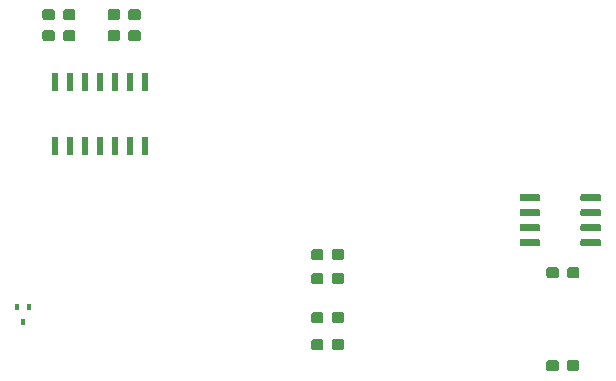
<source format=gbp>
G04 #@! TF.GenerationSoftware,KiCad,Pcbnew,(5.1.5)-3*
G04 #@! TF.CreationDate,2020-04-29T17:43:41-04:00*
G04 #@! TF.ProjectId,ufcs,75666373-2e6b-4696-9361-645f70636258,rev?*
G04 #@! TF.SameCoordinates,Original*
G04 #@! TF.FileFunction,Paste,Bot*
G04 #@! TF.FilePolarity,Positive*
%FSLAX46Y46*%
G04 Gerber Fmt 4.6, Leading zero omitted, Abs format (unit mm)*
G04 Created by KiCad (PCBNEW (5.1.5)-3) date 2020-04-29 17:43:41*
%MOMM*%
%LPD*%
G04 APERTURE LIST*
%ADD10C,0.100000*%
%ADD11R,0.600000X1.500000*%
%ADD12R,0.400000X0.510000*%
G04 APERTURE END LIST*
D10*
G36*
X151666779Y-133320644D02*
G01*
X151689834Y-133324063D01*
X151712443Y-133329727D01*
X151734387Y-133337579D01*
X151755457Y-133347544D01*
X151775448Y-133359526D01*
X151794168Y-133373410D01*
X151811438Y-133389062D01*
X151827090Y-133406332D01*
X151840974Y-133425052D01*
X151852956Y-133445043D01*
X151862921Y-133466113D01*
X151870773Y-133488057D01*
X151876437Y-133510666D01*
X151879856Y-133533721D01*
X151881000Y-133557000D01*
X151881000Y-134032000D01*
X151879856Y-134055279D01*
X151876437Y-134078334D01*
X151870773Y-134100943D01*
X151862921Y-134122887D01*
X151852956Y-134143957D01*
X151840974Y-134163948D01*
X151827090Y-134182668D01*
X151811438Y-134199938D01*
X151794168Y-134215590D01*
X151775448Y-134229474D01*
X151755457Y-134241456D01*
X151734387Y-134251421D01*
X151712443Y-134259273D01*
X151689834Y-134264937D01*
X151666779Y-134268356D01*
X151643500Y-134269500D01*
X151068500Y-134269500D01*
X151045221Y-134268356D01*
X151022166Y-134264937D01*
X150999557Y-134259273D01*
X150977613Y-134251421D01*
X150956543Y-134241456D01*
X150936552Y-134229474D01*
X150917832Y-134215590D01*
X150900562Y-134199938D01*
X150884910Y-134182668D01*
X150871026Y-134163948D01*
X150859044Y-134143957D01*
X150849079Y-134122887D01*
X150841227Y-134100943D01*
X150835563Y-134078334D01*
X150832144Y-134055279D01*
X150831000Y-134032000D01*
X150831000Y-133557000D01*
X150832144Y-133533721D01*
X150835563Y-133510666D01*
X150841227Y-133488057D01*
X150849079Y-133466113D01*
X150859044Y-133445043D01*
X150871026Y-133425052D01*
X150884910Y-133406332D01*
X150900562Y-133389062D01*
X150917832Y-133373410D01*
X150936552Y-133359526D01*
X150956543Y-133347544D01*
X150977613Y-133337579D01*
X150999557Y-133329727D01*
X151022166Y-133324063D01*
X151045221Y-133320644D01*
X151068500Y-133319500D01*
X151643500Y-133319500D01*
X151666779Y-133320644D01*
G37*
G36*
X149916779Y-133320644D02*
G01*
X149939834Y-133324063D01*
X149962443Y-133329727D01*
X149984387Y-133337579D01*
X150005457Y-133347544D01*
X150025448Y-133359526D01*
X150044168Y-133373410D01*
X150061438Y-133389062D01*
X150077090Y-133406332D01*
X150090974Y-133425052D01*
X150102956Y-133445043D01*
X150112921Y-133466113D01*
X150120773Y-133488057D01*
X150126437Y-133510666D01*
X150129856Y-133533721D01*
X150131000Y-133557000D01*
X150131000Y-134032000D01*
X150129856Y-134055279D01*
X150126437Y-134078334D01*
X150120773Y-134100943D01*
X150112921Y-134122887D01*
X150102956Y-134143957D01*
X150090974Y-134163948D01*
X150077090Y-134182668D01*
X150061438Y-134199938D01*
X150044168Y-134215590D01*
X150025448Y-134229474D01*
X150005457Y-134241456D01*
X149984387Y-134251421D01*
X149962443Y-134259273D01*
X149939834Y-134264937D01*
X149916779Y-134268356D01*
X149893500Y-134269500D01*
X149318500Y-134269500D01*
X149295221Y-134268356D01*
X149272166Y-134264937D01*
X149249557Y-134259273D01*
X149227613Y-134251421D01*
X149206543Y-134241456D01*
X149186552Y-134229474D01*
X149167832Y-134215590D01*
X149150562Y-134199938D01*
X149134910Y-134182668D01*
X149121026Y-134163948D01*
X149109044Y-134143957D01*
X149099079Y-134122887D01*
X149091227Y-134100943D01*
X149085563Y-134078334D01*
X149082144Y-134055279D01*
X149081000Y-134032000D01*
X149081000Y-133557000D01*
X149082144Y-133533721D01*
X149085563Y-133510666D01*
X149091227Y-133488057D01*
X149099079Y-133466113D01*
X149109044Y-133445043D01*
X149121026Y-133425052D01*
X149134910Y-133406332D01*
X149150562Y-133389062D01*
X149167832Y-133373410D01*
X149186552Y-133359526D01*
X149206543Y-133347544D01*
X149227613Y-133337579D01*
X149249557Y-133329727D01*
X149272166Y-133324063D01*
X149295221Y-133320644D01*
X149318500Y-133319500D01*
X149893500Y-133319500D01*
X149916779Y-133320644D01*
G37*
G36*
X153590703Y-123081222D02*
G01*
X153605264Y-123083382D01*
X153619543Y-123086959D01*
X153633403Y-123091918D01*
X153646710Y-123098212D01*
X153659336Y-123105780D01*
X153671159Y-123114548D01*
X153682066Y-123124434D01*
X153691952Y-123135341D01*
X153700720Y-123147164D01*
X153708288Y-123159790D01*
X153714582Y-123173097D01*
X153719541Y-123186957D01*
X153723118Y-123201236D01*
X153725278Y-123215797D01*
X153726000Y-123230500D01*
X153726000Y-123530500D01*
X153725278Y-123545203D01*
X153723118Y-123559764D01*
X153719541Y-123574043D01*
X153714582Y-123587903D01*
X153708288Y-123601210D01*
X153700720Y-123613836D01*
X153691952Y-123625659D01*
X153682066Y-123636566D01*
X153671159Y-123646452D01*
X153659336Y-123655220D01*
X153646710Y-123662788D01*
X153633403Y-123669082D01*
X153619543Y-123674041D01*
X153605264Y-123677618D01*
X153590703Y-123679778D01*
X153576000Y-123680500D01*
X152126000Y-123680500D01*
X152111297Y-123679778D01*
X152096736Y-123677618D01*
X152082457Y-123674041D01*
X152068597Y-123669082D01*
X152055290Y-123662788D01*
X152042664Y-123655220D01*
X152030841Y-123646452D01*
X152019934Y-123636566D01*
X152010048Y-123625659D01*
X152001280Y-123613836D01*
X151993712Y-123601210D01*
X151987418Y-123587903D01*
X151982459Y-123574043D01*
X151978882Y-123559764D01*
X151976722Y-123545203D01*
X151976000Y-123530500D01*
X151976000Y-123230500D01*
X151976722Y-123215797D01*
X151978882Y-123201236D01*
X151982459Y-123186957D01*
X151987418Y-123173097D01*
X151993712Y-123159790D01*
X152001280Y-123147164D01*
X152010048Y-123135341D01*
X152019934Y-123124434D01*
X152030841Y-123114548D01*
X152042664Y-123105780D01*
X152055290Y-123098212D01*
X152068597Y-123091918D01*
X152082457Y-123086959D01*
X152096736Y-123083382D01*
X152111297Y-123081222D01*
X152126000Y-123080500D01*
X153576000Y-123080500D01*
X153590703Y-123081222D01*
G37*
G36*
X153590703Y-121811222D02*
G01*
X153605264Y-121813382D01*
X153619543Y-121816959D01*
X153633403Y-121821918D01*
X153646710Y-121828212D01*
X153659336Y-121835780D01*
X153671159Y-121844548D01*
X153682066Y-121854434D01*
X153691952Y-121865341D01*
X153700720Y-121877164D01*
X153708288Y-121889790D01*
X153714582Y-121903097D01*
X153719541Y-121916957D01*
X153723118Y-121931236D01*
X153725278Y-121945797D01*
X153726000Y-121960500D01*
X153726000Y-122260500D01*
X153725278Y-122275203D01*
X153723118Y-122289764D01*
X153719541Y-122304043D01*
X153714582Y-122317903D01*
X153708288Y-122331210D01*
X153700720Y-122343836D01*
X153691952Y-122355659D01*
X153682066Y-122366566D01*
X153671159Y-122376452D01*
X153659336Y-122385220D01*
X153646710Y-122392788D01*
X153633403Y-122399082D01*
X153619543Y-122404041D01*
X153605264Y-122407618D01*
X153590703Y-122409778D01*
X153576000Y-122410500D01*
X152126000Y-122410500D01*
X152111297Y-122409778D01*
X152096736Y-122407618D01*
X152082457Y-122404041D01*
X152068597Y-122399082D01*
X152055290Y-122392788D01*
X152042664Y-122385220D01*
X152030841Y-122376452D01*
X152019934Y-122366566D01*
X152010048Y-122355659D01*
X152001280Y-122343836D01*
X151993712Y-122331210D01*
X151987418Y-122317903D01*
X151982459Y-122304043D01*
X151978882Y-122289764D01*
X151976722Y-122275203D01*
X151976000Y-122260500D01*
X151976000Y-121960500D01*
X151976722Y-121945797D01*
X151978882Y-121931236D01*
X151982459Y-121916957D01*
X151987418Y-121903097D01*
X151993712Y-121889790D01*
X152001280Y-121877164D01*
X152010048Y-121865341D01*
X152019934Y-121854434D01*
X152030841Y-121844548D01*
X152042664Y-121835780D01*
X152055290Y-121828212D01*
X152068597Y-121821918D01*
X152082457Y-121816959D01*
X152096736Y-121813382D01*
X152111297Y-121811222D01*
X152126000Y-121810500D01*
X153576000Y-121810500D01*
X153590703Y-121811222D01*
G37*
G36*
X153590703Y-120541222D02*
G01*
X153605264Y-120543382D01*
X153619543Y-120546959D01*
X153633403Y-120551918D01*
X153646710Y-120558212D01*
X153659336Y-120565780D01*
X153671159Y-120574548D01*
X153682066Y-120584434D01*
X153691952Y-120595341D01*
X153700720Y-120607164D01*
X153708288Y-120619790D01*
X153714582Y-120633097D01*
X153719541Y-120646957D01*
X153723118Y-120661236D01*
X153725278Y-120675797D01*
X153726000Y-120690500D01*
X153726000Y-120990500D01*
X153725278Y-121005203D01*
X153723118Y-121019764D01*
X153719541Y-121034043D01*
X153714582Y-121047903D01*
X153708288Y-121061210D01*
X153700720Y-121073836D01*
X153691952Y-121085659D01*
X153682066Y-121096566D01*
X153671159Y-121106452D01*
X153659336Y-121115220D01*
X153646710Y-121122788D01*
X153633403Y-121129082D01*
X153619543Y-121134041D01*
X153605264Y-121137618D01*
X153590703Y-121139778D01*
X153576000Y-121140500D01*
X152126000Y-121140500D01*
X152111297Y-121139778D01*
X152096736Y-121137618D01*
X152082457Y-121134041D01*
X152068597Y-121129082D01*
X152055290Y-121122788D01*
X152042664Y-121115220D01*
X152030841Y-121106452D01*
X152019934Y-121096566D01*
X152010048Y-121085659D01*
X152001280Y-121073836D01*
X151993712Y-121061210D01*
X151987418Y-121047903D01*
X151982459Y-121034043D01*
X151978882Y-121019764D01*
X151976722Y-121005203D01*
X151976000Y-120990500D01*
X151976000Y-120690500D01*
X151976722Y-120675797D01*
X151978882Y-120661236D01*
X151982459Y-120646957D01*
X151987418Y-120633097D01*
X151993712Y-120619790D01*
X152001280Y-120607164D01*
X152010048Y-120595341D01*
X152019934Y-120584434D01*
X152030841Y-120574548D01*
X152042664Y-120565780D01*
X152055290Y-120558212D01*
X152068597Y-120551918D01*
X152082457Y-120546959D01*
X152096736Y-120543382D01*
X152111297Y-120541222D01*
X152126000Y-120540500D01*
X153576000Y-120540500D01*
X153590703Y-120541222D01*
G37*
G36*
X153590703Y-119271222D02*
G01*
X153605264Y-119273382D01*
X153619543Y-119276959D01*
X153633403Y-119281918D01*
X153646710Y-119288212D01*
X153659336Y-119295780D01*
X153671159Y-119304548D01*
X153682066Y-119314434D01*
X153691952Y-119325341D01*
X153700720Y-119337164D01*
X153708288Y-119349790D01*
X153714582Y-119363097D01*
X153719541Y-119376957D01*
X153723118Y-119391236D01*
X153725278Y-119405797D01*
X153726000Y-119420500D01*
X153726000Y-119720500D01*
X153725278Y-119735203D01*
X153723118Y-119749764D01*
X153719541Y-119764043D01*
X153714582Y-119777903D01*
X153708288Y-119791210D01*
X153700720Y-119803836D01*
X153691952Y-119815659D01*
X153682066Y-119826566D01*
X153671159Y-119836452D01*
X153659336Y-119845220D01*
X153646710Y-119852788D01*
X153633403Y-119859082D01*
X153619543Y-119864041D01*
X153605264Y-119867618D01*
X153590703Y-119869778D01*
X153576000Y-119870500D01*
X152126000Y-119870500D01*
X152111297Y-119869778D01*
X152096736Y-119867618D01*
X152082457Y-119864041D01*
X152068597Y-119859082D01*
X152055290Y-119852788D01*
X152042664Y-119845220D01*
X152030841Y-119836452D01*
X152019934Y-119826566D01*
X152010048Y-119815659D01*
X152001280Y-119803836D01*
X151993712Y-119791210D01*
X151987418Y-119777903D01*
X151982459Y-119764043D01*
X151978882Y-119749764D01*
X151976722Y-119735203D01*
X151976000Y-119720500D01*
X151976000Y-119420500D01*
X151976722Y-119405797D01*
X151978882Y-119391236D01*
X151982459Y-119376957D01*
X151987418Y-119363097D01*
X151993712Y-119349790D01*
X152001280Y-119337164D01*
X152010048Y-119325341D01*
X152019934Y-119314434D01*
X152030841Y-119304548D01*
X152042664Y-119295780D01*
X152055290Y-119288212D01*
X152068597Y-119281918D01*
X152082457Y-119276959D01*
X152096736Y-119273382D01*
X152111297Y-119271222D01*
X152126000Y-119270500D01*
X153576000Y-119270500D01*
X153590703Y-119271222D01*
G37*
G36*
X148440703Y-119271222D02*
G01*
X148455264Y-119273382D01*
X148469543Y-119276959D01*
X148483403Y-119281918D01*
X148496710Y-119288212D01*
X148509336Y-119295780D01*
X148521159Y-119304548D01*
X148532066Y-119314434D01*
X148541952Y-119325341D01*
X148550720Y-119337164D01*
X148558288Y-119349790D01*
X148564582Y-119363097D01*
X148569541Y-119376957D01*
X148573118Y-119391236D01*
X148575278Y-119405797D01*
X148576000Y-119420500D01*
X148576000Y-119720500D01*
X148575278Y-119735203D01*
X148573118Y-119749764D01*
X148569541Y-119764043D01*
X148564582Y-119777903D01*
X148558288Y-119791210D01*
X148550720Y-119803836D01*
X148541952Y-119815659D01*
X148532066Y-119826566D01*
X148521159Y-119836452D01*
X148509336Y-119845220D01*
X148496710Y-119852788D01*
X148483403Y-119859082D01*
X148469543Y-119864041D01*
X148455264Y-119867618D01*
X148440703Y-119869778D01*
X148426000Y-119870500D01*
X146976000Y-119870500D01*
X146961297Y-119869778D01*
X146946736Y-119867618D01*
X146932457Y-119864041D01*
X146918597Y-119859082D01*
X146905290Y-119852788D01*
X146892664Y-119845220D01*
X146880841Y-119836452D01*
X146869934Y-119826566D01*
X146860048Y-119815659D01*
X146851280Y-119803836D01*
X146843712Y-119791210D01*
X146837418Y-119777903D01*
X146832459Y-119764043D01*
X146828882Y-119749764D01*
X146826722Y-119735203D01*
X146826000Y-119720500D01*
X146826000Y-119420500D01*
X146826722Y-119405797D01*
X146828882Y-119391236D01*
X146832459Y-119376957D01*
X146837418Y-119363097D01*
X146843712Y-119349790D01*
X146851280Y-119337164D01*
X146860048Y-119325341D01*
X146869934Y-119314434D01*
X146880841Y-119304548D01*
X146892664Y-119295780D01*
X146905290Y-119288212D01*
X146918597Y-119281918D01*
X146932457Y-119276959D01*
X146946736Y-119273382D01*
X146961297Y-119271222D01*
X146976000Y-119270500D01*
X148426000Y-119270500D01*
X148440703Y-119271222D01*
G37*
G36*
X148440703Y-120541222D02*
G01*
X148455264Y-120543382D01*
X148469543Y-120546959D01*
X148483403Y-120551918D01*
X148496710Y-120558212D01*
X148509336Y-120565780D01*
X148521159Y-120574548D01*
X148532066Y-120584434D01*
X148541952Y-120595341D01*
X148550720Y-120607164D01*
X148558288Y-120619790D01*
X148564582Y-120633097D01*
X148569541Y-120646957D01*
X148573118Y-120661236D01*
X148575278Y-120675797D01*
X148576000Y-120690500D01*
X148576000Y-120990500D01*
X148575278Y-121005203D01*
X148573118Y-121019764D01*
X148569541Y-121034043D01*
X148564582Y-121047903D01*
X148558288Y-121061210D01*
X148550720Y-121073836D01*
X148541952Y-121085659D01*
X148532066Y-121096566D01*
X148521159Y-121106452D01*
X148509336Y-121115220D01*
X148496710Y-121122788D01*
X148483403Y-121129082D01*
X148469543Y-121134041D01*
X148455264Y-121137618D01*
X148440703Y-121139778D01*
X148426000Y-121140500D01*
X146976000Y-121140500D01*
X146961297Y-121139778D01*
X146946736Y-121137618D01*
X146932457Y-121134041D01*
X146918597Y-121129082D01*
X146905290Y-121122788D01*
X146892664Y-121115220D01*
X146880841Y-121106452D01*
X146869934Y-121096566D01*
X146860048Y-121085659D01*
X146851280Y-121073836D01*
X146843712Y-121061210D01*
X146837418Y-121047903D01*
X146832459Y-121034043D01*
X146828882Y-121019764D01*
X146826722Y-121005203D01*
X146826000Y-120990500D01*
X146826000Y-120690500D01*
X146826722Y-120675797D01*
X146828882Y-120661236D01*
X146832459Y-120646957D01*
X146837418Y-120633097D01*
X146843712Y-120619790D01*
X146851280Y-120607164D01*
X146860048Y-120595341D01*
X146869934Y-120584434D01*
X146880841Y-120574548D01*
X146892664Y-120565780D01*
X146905290Y-120558212D01*
X146918597Y-120551918D01*
X146932457Y-120546959D01*
X146946736Y-120543382D01*
X146961297Y-120541222D01*
X146976000Y-120540500D01*
X148426000Y-120540500D01*
X148440703Y-120541222D01*
G37*
G36*
X148440703Y-121811222D02*
G01*
X148455264Y-121813382D01*
X148469543Y-121816959D01*
X148483403Y-121821918D01*
X148496710Y-121828212D01*
X148509336Y-121835780D01*
X148521159Y-121844548D01*
X148532066Y-121854434D01*
X148541952Y-121865341D01*
X148550720Y-121877164D01*
X148558288Y-121889790D01*
X148564582Y-121903097D01*
X148569541Y-121916957D01*
X148573118Y-121931236D01*
X148575278Y-121945797D01*
X148576000Y-121960500D01*
X148576000Y-122260500D01*
X148575278Y-122275203D01*
X148573118Y-122289764D01*
X148569541Y-122304043D01*
X148564582Y-122317903D01*
X148558288Y-122331210D01*
X148550720Y-122343836D01*
X148541952Y-122355659D01*
X148532066Y-122366566D01*
X148521159Y-122376452D01*
X148509336Y-122385220D01*
X148496710Y-122392788D01*
X148483403Y-122399082D01*
X148469543Y-122404041D01*
X148455264Y-122407618D01*
X148440703Y-122409778D01*
X148426000Y-122410500D01*
X146976000Y-122410500D01*
X146961297Y-122409778D01*
X146946736Y-122407618D01*
X146932457Y-122404041D01*
X146918597Y-122399082D01*
X146905290Y-122392788D01*
X146892664Y-122385220D01*
X146880841Y-122376452D01*
X146869934Y-122366566D01*
X146860048Y-122355659D01*
X146851280Y-122343836D01*
X146843712Y-122331210D01*
X146837418Y-122317903D01*
X146832459Y-122304043D01*
X146828882Y-122289764D01*
X146826722Y-122275203D01*
X146826000Y-122260500D01*
X146826000Y-121960500D01*
X146826722Y-121945797D01*
X146828882Y-121931236D01*
X146832459Y-121916957D01*
X146837418Y-121903097D01*
X146843712Y-121889790D01*
X146851280Y-121877164D01*
X146860048Y-121865341D01*
X146869934Y-121854434D01*
X146880841Y-121844548D01*
X146892664Y-121835780D01*
X146905290Y-121828212D01*
X146918597Y-121821918D01*
X146932457Y-121816959D01*
X146946736Y-121813382D01*
X146961297Y-121811222D01*
X146976000Y-121810500D01*
X148426000Y-121810500D01*
X148440703Y-121811222D01*
G37*
G36*
X148440703Y-123081222D02*
G01*
X148455264Y-123083382D01*
X148469543Y-123086959D01*
X148483403Y-123091918D01*
X148496710Y-123098212D01*
X148509336Y-123105780D01*
X148521159Y-123114548D01*
X148532066Y-123124434D01*
X148541952Y-123135341D01*
X148550720Y-123147164D01*
X148558288Y-123159790D01*
X148564582Y-123173097D01*
X148569541Y-123186957D01*
X148573118Y-123201236D01*
X148575278Y-123215797D01*
X148576000Y-123230500D01*
X148576000Y-123530500D01*
X148575278Y-123545203D01*
X148573118Y-123559764D01*
X148569541Y-123574043D01*
X148564582Y-123587903D01*
X148558288Y-123601210D01*
X148550720Y-123613836D01*
X148541952Y-123625659D01*
X148532066Y-123636566D01*
X148521159Y-123646452D01*
X148509336Y-123655220D01*
X148496710Y-123662788D01*
X148483403Y-123669082D01*
X148469543Y-123674041D01*
X148455264Y-123677618D01*
X148440703Y-123679778D01*
X148426000Y-123680500D01*
X146976000Y-123680500D01*
X146961297Y-123679778D01*
X146946736Y-123677618D01*
X146932457Y-123674041D01*
X146918597Y-123669082D01*
X146905290Y-123662788D01*
X146892664Y-123655220D01*
X146880841Y-123646452D01*
X146869934Y-123636566D01*
X146860048Y-123625659D01*
X146851280Y-123613836D01*
X146843712Y-123601210D01*
X146837418Y-123587903D01*
X146832459Y-123574043D01*
X146828882Y-123559764D01*
X146826722Y-123545203D01*
X146826000Y-123530500D01*
X146826000Y-123230500D01*
X146826722Y-123215797D01*
X146828882Y-123201236D01*
X146832459Y-123186957D01*
X146837418Y-123173097D01*
X146843712Y-123159790D01*
X146851280Y-123147164D01*
X146860048Y-123135341D01*
X146869934Y-123124434D01*
X146880841Y-123114548D01*
X146892664Y-123105780D01*
X146905290Y-123098212D01*
X146918597Y-123091918D01*
X146932457Y-123086959D01*
X146946736Y-123083382D01*
X146961297Y-123081222D01*
X146976000Y-123080500D01*
X148426000Y-123080500D01*
X148440703Y-123081222D01*
G37*
G36*
X151680779Y-125446644D02*
G01*
X151703834Y-125450063D01*
X151726443Y-125455727D01*
X151748387Y-125463579D01*
X151769457Y-125473544D01*
X151789448Y-125485526D01*
X151808168Y-125499410D01*
X151825438Y-125515062D01*
X151841090Y-125532332D01*
X151854974Y-125551052D01*
X151866956Y-125571043D01*
X151876921Y-125592113D01*
X151884773Y-125614057D01*
X151890437Y-125636666D01*
X151893856Y-125659721D01*
X151895000Y-125683000D01*
X151895000Y-126158000D01*
X151893856Y-126181279D01*
X151890437Y-126204334D01*
X151884773Y-126226943D01*
X151876921Y-126248887D01*
X151866956Y-126269957D01*
X151854974Y-126289948D01*
X151841090Y-126308668D01*
X151825438Y-126325938D01*
X151808168Y-126341590D01*
X151789448Y-126355474D01*
X151769457Y-126367456D01*
X151748387Y-126377421D01*
X151726443Y-126385273D01*
X151703834Y-126390937D01*
X151680779Y-126394356D01*
X151657500Y-126395500D01*
X151082500Y-126395500D01*
X151059221Y-126394356D01*
X151036166Y-126390937D01*
X151013557Y-126385273D01*
X150991613Y-126377421D01*
X150970543Y-126367456D01*
X150950552Y-126355474D01*
X150931832Y-126341590D01*
X150914562Y-126325938D01*
X150898910Y-126308668D01*
X150885026Y-126289948D01*
X150873044Y-126269957D01*
X150863079Y-126248887D01*
X150855227Y-126226943D01*
X150849563Y-126204334D01*
X150846144Y-126181279D01*
X150845000Y-126158000D01*
X150845000Y-125683000D01*
X150846144Y-125659721D01*
X150849563Y-125636666D01*
X150855227Y-125614057D01*
X150863079Y-125592113D01*
X150873044Y-125571043D01*
X150885026Y-125551052D01*
X150898910Y-125532332D01*
X150914562Y-125515062D01*
X150931832Y-125499410D01*
X150950552Y-125485526D01*
X150970543Y-125473544D01*
X150991613Y-125463579D01*
X151013557Y-125455727D01*
X151036166Y-125450063D01*
X151059221Y-125446644D01*
X151082500Y-125445500D01*
X151657500Y-125445500D01*
X151680779Y-125446644D01*
G37*
G36*
X149930779Y-125446644D02*
G01*
X149953834Y-125450063D01*
X149976443Y-125455727D01*
X149998387Y-125463579D01*
X150019457Y-125473544D01*
X150039448Y-125485526D01*
X150058168Y-125499410D01*
X150075438Y-125515062D01*
X150091090Y-125532332D01*
X150104974Y-125551052D01*
X150116956Y-125571043D01*
X150126921Y-125592113D01*
X150134773Y-125614057D01*
X150140437Y-125636666D01*
X150143856Y-125659721D01*
X150145000Y-125683000D01*
X150145000Y-126158000D01*
X150143856Y-126181279D01*
X150140437Y-126204334D01*
X150134773Y-126226943D01*
X150126921Y-126248887D01*
X150116956Y-126269957D01*
X150104974Y-126289948D01*
X150091090Y-126308668D01*
X150075438Y-126325938D01*
X150058168Y-126341590D01*
X150039448Y-126355474D01*
X150019457Y-126367456D01*
X149998387Y-126377421D01*
X149976443Y-126385273D01*
X149953834Y-126390937D01*
X149930779Y-126394356D01*
X149907500Y-126395500D01*
X149332500Y-126395500D01*
X149309221Y-126394356D01*
X149286166Y-126390937D01*
X149263557Y-126385273D01*
X149241613Y-126377421D01*
X149220543Y-126367456D01*
X149200552Y-126355474D01*
X149181832Y-126341590D01*
X149164562Y-126325938D01*
X149148910Y-126308668D01*
X149135026Y-126289948D01*
X149123044Y-126269957D01*
X149113079Y-126248887D01*
X149105227Y-126226943D01*
X149099563Y-126204334D01*
X149096144Y-126181279D01*
X149095000Y-126158000D01*
X149095000Y-125683000D01*
X149096144Y-125659721D01*
X149099563Y-125636666D01*
X149105227Y-125614057D01*
X149113079Y-125592113D01*
X149123044Y-125571043D01*
X149135026Y-125551052D01*
X149148910Y-125532332D01*
X149164562Y-125515062D01*
X149181832Y-125499410D01*
X149200552Y-125485526D01*
X149220543Y-125473544D01*
X149241613Y-125463579D01*
X149263557Y-125455727D01*
X149286166Y-125450063D01*
X149309221Y-125446644D01*
X149332500Y-125445500D01*
X149907500Y-125445500D01*
X149930779Y-125446644D01*
G37*
G36*
X109008779Y-103602644D02*
G01*
X109031834Y-103606063D01*
X109054443Y-103611727D01*
X109076387Y-103619579D01*
X109097457Y-103629544D01*
X109117448Y-103641526D01*
X109136168Y-103655410D01*
X109153438Y-103671062D01*
X109169090Y-103688332D01*
X109182974Y-103707052D01*
X109194956Y-103727043D01*
X109204921Y-103748113D01*
X109212773Y-103770057D01*
X109218437Y-103792666D01*
X109221856Y-103815721D01*
X109223000Y-103839000D01*
X109223000Y-104314000D01*
X109221856Y-104337279D01*
X109218437Y-104360334D01*
X109212773Y-104382943D01*
X109204921Y-104404887D01*
X109194956Y-104425957D01*
X109182974Y-104445948D01*
X109169090Y-104464668D01*
X109153438Y-104481938D01*
X109136168Y-104497590D01*
X109117448Y-104511474D01*
X109097457Y-104523456D01*
X109076387Y-104533421D01*
X109054443Y-104541273D01*
X109031834Y-104546937D01*
X109008779Y-104550356D01*
X108985500Y-104551500D01*
X108410500Y-104551500D01*
X108387221Y-104550356D01*
X108364166Y-104546937D01*
X108341557Y-104541273D01*
X108319613Y-104533421D01*
X108298543Y-104523456D01*
X108278552Y-104511474D01*
X108259832Y-104497590D01*
X108242562Y-104481938D01*
X108226910Y-104464668D01*
X108213026Y-104445948D01*
X108201044Y-104425957D01*
X108191079Y-104404887D01*
X108183227Y-104382943D01*
X108177563Y-104360334D01*
X108174144Y-104337279D01*
X108173000Y-104314000D01*
X108173000Y-103839000D01*
X108174144Y-103815721D01*
X108177563Y-103792666D01*
X108183227Y-103770057D01*
X108191079Y-103748113D01*
X108201044Y-103727043D01*
X108213026Y-103707052D01*
X108226910Y-103688332D01*
X108242562Y-103671062D01*
X108259832Y-103655410D01*
X108278552Y-103641526D01*
X108298543Y-103629544D01*
X108319613Y-103619579D01*
X108341557Y-103611727D01*
X108364166Y-103606063D01*
X108387221Y-103602644D01*
X108410500Y-103601500D01*
X108985500Y-103601500D01*
X109008779Y-103602644D01*
G37*
G36*
X107258779Y-103602644D02*
G01*
X107281834Y-103606063D01*
X107304443Y-103611727D01*
X107326387Y-103619579D01*
X107347457Y-103629544D01*
X107367448Y-103641526D01*
X107386168Y-103655410D01*
X107403438Y-103671062D01*
X107419090Y-103688332D01*
X107432974Y-103707052D01*
X107444956Y-103727043D01*
X107454921Y-103748113D01*
X107462773Y-103770057D01*
X107468437Y-103792666D01*
X107471856Y-103815721D01*
X107473000Y-103839000D01*
X107473000Y-104314000D01*
X107471856Y-104337279D01*
X107468437Y-104360334D01*
X107462773Y-104382943D01*
X107454921Y-104404887D01*
X107444956Y-104425957D01*
X107432974Y-104445948D01*
X107419090Y-104464668D01*
X107403438Y-104481938D01*
X107386168Y-104497590D01*
X107367448Y-104511474D01*
X107347457Y-104523456D01*
X107326387Y-104533421D01*
X107304443Y-104541273D01*
X107281834Y-104546937D01*
X107258779Y-104550356D01*
X107235500Y-104551500D01*
X106660500Y-104551500D01*
X106637221Y-104550356D01*
X106614166Y-104546937D01*
X106591557Y-104541273D01*
X106569613Y-104533421D01*
X106548543Y-104523456D01*
X106528552Y-104511474D01*
X106509832Y-104497590D01*
X106492562Y-104481938D01*
X106476910Y-104464668D01*
X106463026Y-104445948D01*
X106451044Y-104425957D01*
X106441079Y-104404887D01*
X106433227Y-104382943D01*
X106427563Y-104360334D01*
X106424144Y-104337279D01*
X106423000Y-104314000D01*
X106423000Y-103839000D01*
X106424144Y-103815721D01*
X106427563Y-103792666D01*
X106433227Y-103770057D01*
X106441079Y-103748113D01*
X106451044Y-103727043D01*
X106463026Y-103707052D01*
X106476910Y-103688332D01*
X106492562Y-103671062D01*
X106509832Y-103655410D01*
X106528552Y-103641526D01*
X106548543Y-103629544D01*
X106569613Y-103619579D01*
X106591557Y-103611727D01*
X106614166Y-103606063D01*
X106637221Y-103602644D01*
X106660500Y-103601500D01*
X107235500Y-103601500D01*
X107258779Y-103602644D01*
G37*
G36*
X112783279Y-103602644D02*
G01*
X112806334Y-103606063D01*
X112828943Y-103611727D01*
X112850887Y-103619579D01*
X112871957Y-103629544D01*
X112891948Y-103641526D01*
X112910668Y-103655410D01*
X112927938Y-103671062D01*
X112943590Y-103688332D01*
X112957474Y-103707052D01*
X112969456Y-103727043D01*
X112979421Y-103748113D01*
X112987273Y-103770057D01*
X112992937Y-103792666D01*
X112996356Y-103815721D01*
X112997500Y-103839000D01*
X112997500Y-104314000D01*
X112996356Y-104337279D01*
X112992937Y-104360334D01*
X112987273Y-104382943D01*
X112979421Y-104404887D01*
X112969456Y-104425957D01*
X112957474Y-104445948D01*
X112943590Y-104464668D01*
X112927938Y-104481938D01*
X112910668Y-104497590D01*
X112891948Y-104511474D01*
X112871957Y-104523456D01*
X112850887Y-104533421D01*
X112828943Y-104541273D01*
X112806334Y-104546937D01*
X112783279Y-104550356D01*
X112760000Y-104551500D01*
X112185000Y-104551500D01*
X112161721Y-104550356D01*
X112138666Y-104546937D01*
X112116057Y-104541273D01*
X112094113Y-104533421D01*
X112073043Y-104523456D01*
X112053052Y-104511474D01*
X112034332Y-104497590D01*
X112017062Y-104481938D01*
X112001410Y-104464668D01*
X111987526Y-104445948D01*
X111975544Y-104425957D01*
X111965579Y-104404887D01*
X111957727Y-104382943D01*
X111952063Y-104360334D01*
X111948644Y-104337279D01*
X111947500Y-104314000D01*
X111947500Y-103839000D01*
X111948644Y-103815721D01*
X111952063Y-103792666D01*
X111957727Y-103770057D01*
X111965579Y-103748113D01*
X111975544Y-103727043D01*
X111987526Y-103707052D01*
X112001410Y-103688332D01*
X112017062Y-103671062D01*
X112034332Y-103655410D01*
X112053052Y-103641526D01*
X112073043Y-103629544D01*
X112094113Y-103619579D01*
X112116057Y-103611727D01*
X112138666Y-103606063D01*
X112161721Y-103602644D01*
X112185000Y-103601500D01*
X112760000Y-103601500D01*
X112783279Y-103602644D01*
G37*
G36*
X114533279Y-103602644D02*
G01*
X114556334Y-103606063D01*
X114578943Y-103611727D01*
X114600887Y-103619579D01*
X114621957Y-103629544D01*
X114641948Y-103641526D01*
X114660668Y-103655410D01*
X114677938Y-103671062D01*
X114693590Y-103688332D01*
X114707474Y-103707052D01*
X114719456Y-103727043D01*
X114729421Y-103748113D01*
X114737273Y-103770057D01*
X114742937Y-103792666D01*
X114746356Y-103815721D01*
X114747500Y-103839000D01*
X114747500Y-104314000D01*
X114746356Y-104337279D01*
X114742937Y-104360334D01*
X114737273Y-104382943D01*
X114729421Y-104404887D01*
X114719456Y-104425957D01*
X114707474Y-104445948D01*
X114693590Y-104464668D01*
X114677938Y-104481938D01*
X114660668Y-104497590D01*
X114641948Y-104511474D01*
X114621957Y-104523456D01*
X114600887Y-104533421D01*
X114578943Y-104541273D01*
X114556334Y-104546937D01*
X114533279Y-104550356D01*
X114510000Y-104551500D01*
X113935000Y-104551500D01*
X113911721Y-104550356D01*
X113888666Y-104546937D01*
X113866057Y-104541273D01*
X113844113Y-104533421D01*
X113823043Y-104523456D01*
X113803052Y-104511474D01*
X113784332Y-104497590D01*
X113767062Y-104481938D01*
X113751410Y-104464668D01*
X113737526Y-104445948D01*
X113725544Y-104425957D01*
X113715579Y-104404887D01*
X113707727Y-104382943D01*
X113702063Y-104360334D01*
X113698644Y-104337279D01*
X113697500Y-104314000D01*
X113697500Y-103839000D01*
X113698644Y-103815721D01*
X113702063Y-103792666D01*
X113707727Y-103770057D01*
X113715579Y-103748113D01*
X113725544Y-103727043D01*
X113737526Y-103707052D01*
X113751410Y-103688332D01*
X113767062Y-103671062D01*
X113784332Y-103655410D01*
X113803052Y-103641526D01*
X113823043Y-103629544D01*
X113844113Y-103619579D01*
X113866057Y-103611727D01*
X113888666Y-103606063D01*
X113911721Y-103602644D01*
X113935000Y-103601500D01*
X114510000Y-103601500D01*
X114533279Y-103602644D01*
G37*
G36*
X109008779Y-105380644D02*
G01*
X109031834Y-105384063D01*
X109054443Y-105389727D01*
X109076387Y-105397579D01*
X109097457Y-105407544D01*
X109117448Y-105419526D01*
X109136168Y-105433410D01*
X109153438Y-105449062D01*
X109169090Y-105466332D01*
X109182974Y-105485052D01*
X109194956Y-105505043D01*
X109204921Y-105526113D01*
X109212773Y-105548057D01*
X109218437Y-105570666D01*
X109221856Y-105593721D01*
X109223000Y-105617000D01*
X109223000Y-106092000D01*
X109221856Y-106115279D01*
X109218437Y-106138334D01*
X109212773Y-106160943D01*
X109204921Y-106182887D01*
X109194956Y-106203957D01*
X109182974Y-106223948D01*
X109169090Y-106242668D01*
X109153438Y-106259938D01*
X109136168Y-106275590D01*
X109117448Y-106289474D01*
X109097457Y-106301456D01*
X109076387Y-106311421D01*
X109054443Y-106319273D01*
X109031834Y-106324937D01*
X109008779Y-106328356D01*
X108985500Y-106329500D01*
X108410500Y-106329500D01*
X108387221Y-106328356D01*
X108364166Y-106324937D01*
X108341557Y-106319273D01*
X108319613Y-106311421D01*
X108298543Y-106301456D01*
X108278552Y-106289474D01*
X108259832Y-106275590D01*
X108242562Y-106259938D01*
X108226910Y-106242668D01*
X108213026Y-106223948D01*
X108201044Y-106203957D01*
X108191079Y-106182887D01*
X108183227Y-106160943D01*
X108177563Y-106138334D01*
X108174144Y-106115279D01*
X108173000Y-106092000D01*
X108173000Y-105617000D01*
X108174144Y-105593721D01*
X108177563Y-105570666D01*
X108183227Y-105548057D01*
X108191079Y-105526113D01*
X108201044Y-105505043D01*
X108213026Y-105485052D01*
X108226910Y-105466332D01*
X108242562Y-105449062D01*
X108259832Y-105433410D01*
X108278552Y-105419526D01*
X108298543Y-105407544D01*
X108319613Y-105397579D01*
X108341557Y-105389727D01*
X108364166Y-105384063D01*
X108387221Y-105380644D01*
X108410500Y-105379500D01*
X108985500Y-105379500D01*
X109008779Y-105380644D01*
G37*
G36*
X107258779Y-105380644D02*
G01*
X107281834Y-105384063D01*
X107304443Y-105389727D01*
X107326387Y-105397579D01*
X107347457Y-105407544D01*
X107367448Y-105419526D01*
X107386168Y-105433410D01*
X107403438Y-105449062D01*
X107419090Y-105466332D01*
X107432974Y-105485052D01*
X107444956Y-105505043D01*
X107454921Y-105526113D01*
X107462773Y-105548057D01*
X107468437Y-105570666D01*
X107471856Y-105593721D01*
X107473000Y-105617000D01*
X107473000Y-106092000D01*
X107471856Y-106115279D01*
X107468437Y-106138334D01*
X107462773Y-106160943D01*
X107454921Y-106182887D01*
X107444956Y-106203957D01*
X107432974Y-106223948D01*
X107419090Y-106242668D01*
X107403438Y-106259938D01*
X107386168Y-106275590D01*
X107367448Y-106289474D01*
X107347457Y-106301456D01*
X107326387Y-106311421D01*
X107304443Y-106319273D01*
X107281834Y-106324937D01*
X107258779Y-106328356D01*
X107235500Y-106329500D01*
X106660500Y-106329500D01*
X106637221Y-106328356D01*
X106614166Y-106324937D01*
X106591557Y-106319273D01*
X106569613Y-106311421D01*
X106548543Y-106301456D01*
X106528552Y-106289474D01*
X106509832Y-106275590D01*
X106492562Y-106259938D01*
X106476910Y-106242668D01*
X106463026Y-106223948D01*
X106451044Y-106203957D01*
X106441079Y-106182887D01*
X106433227Y-106160943D01*
X106427563Y-106138334D01*
X106424144Y-106115279D01*
X106423000Y-106092000D01*
X106423000Y-105617000D01*
X106424144Y-105593721D01*
X106427563Y-105570666D01*
X106433227Y-105548057D01*
X106441079Y-105526113D01*
X106451044Y-105505043D01*
X106463026Y-105485052D01*
X106476910Y-105466332D01*
X106492562Y-105449062D01*
X106509832Y-105433410D01*
X106528552Y-105419526D01*
X106548543Y-105407544D01*
X106569613Y-105397579D01*
X106591557Y-105389727D01*
X106614166Y-105384063D01*
X106637221Y-105380644D01*
X106660500Y-105379500D01*
X107235500Y-105379500D01*
X107258779Y-105380644D01*
G37*
G36*
X114533279Y-105380644D02*
G01*
X114556334Y-105384063D01*
X114578943Y-105389727D01*
X114600887Y-105397579D01*
X114621957Y-105407544D01*
X114641948Y-105419526D01*
X114660668Y-105433410D01*
X114677938Y-105449062D01*
X114693590Y-105466332D01*
X114707474Y-105485052D01*
X114719456Y-105505043D01*
X114729421Y-105526113D01*
X114737273Y-105548057D01*
X114742937Y-105570666D01*
X114746356Y-105593721D01*
X114747500Y-105617000D01*
X114747500Y-106092000D01*
X114746356Y-106115279D01*
X114742937Y-106138334D01*
X114737273Y-106160943D01*
X114729421Y-106182887D01*
X114719456Y-106203957D01*
X114707474Y-106223948D01*
X114693590Y-106242668D01*
X114677938Y-106259938D01*
X114660668Y-106275590D01*
X114641948Y-106289474D01*
X114621957Y-106301456D01*
X114600887Y-106311421D01*
X114578943Y-106319273D01*
X114556334Y-106324937D01*
X114533279Y-106328356D01*
X114510000Y-106329500D01*
X113935000Y-106329500D01*
X113911721Y-106328356D01*
X113888666Y-106324937D01*
X113866057Y-106319273D01*
X113844113Y-106311421D01*
X113823043Y-106301456D01*
X113803052Y-106289474D01*
X113784332Y-106275590D01*
X113767062Y-106259938D01*
X113751410Y-106242668D01*
X113737526Y-106223948D01*
X113725544Y-106203957D01*
X113715579Y-106182887D01*
X113707727Y-106160943D01*
X113702063Y-106138334D01*
X113698644Y-106115279D01*
X113697500Y-106092000D01*
X113697500Y-105617000D01*
X113698644Y-105593721D01*
X113702063Y-105570666D01*
X113707727Y-105548057D01*
X113715579Y-105526113D01*
X113725544Y-105505043D01*
X113737526Y-105485052D01*
X113751410Y-105466332D01*
X113767062Y-105449062D01*
X113784332Y-105433410D01*
X113803052Y-105419526D01*
X113823043Y-105407544D01*
X113844113Y-105397579D01*
X113866057Y-105389727D01*
X113888666Y-105384063D01*
X113911721Y-105380644D01*
X113935000Y-105379500D01*
X114510000Y-105379500D01*
X114533279Y-105380644D01*
G37*
G36*
X112783279Y-105380644D02*
G01*
X112806334Y-105384063D01*
X112828943Y-105389727D01*
X112850887Y-105397579D01*
X112871957Y-105407544D01*
X112891948Y-105419526D01*
X112910668Y-105433410D01*
X112927938Y-105449062D01*
X112943590Y-105466332D01*
X112957474Y-105485052D01*
X112969456Y-105505043D01*
X112979421Y-105526113D01*
X112987273Y-105548057D01*
X112992937Y-105570666D01*
X112996356Y-105593721D01*
X112997500Y-105617000D01*
X112997500Y-106092000D01*
X112996356Y-106115279D01*
X112992937Y-106138334D01*
X112987273Y-106160943D01*
X112979421Y-106182887D01*
X112969456Y-106203957D01*
X112957474Y-106223948D01*
X112943590Y-106242668D01*
X112927938Y-106259938D01*
X112910668Y-106275590D01*
X112891948Y-106289474D01*
X112871957Y-106301456D01*
X112850887Y-106311421D01*
X112828943Y-106319273D01*
X112806334Y-106324937D01*
X112783279Y-106328356D01*
X112760000Y-106329500D01*
X112185000Y-106329500D01*
X112161721Y-106328356D01*
X112138666Y-106324937D01*
X112116057Y-106319273D01*
X112094113Y-106311421D01*
X112073043Y-106301456D01*
X112053052Y-106289474D01*
X112034332Y-106275590D01*
X112017062Y-106259938D01*
X112001410Y-106242668D01*
X111987526Y-106223948D01*
X111975544Y-106203957D01*
X111965579Y-106182887D01*
X111957727Y-106160943D01*
X111952063Y-106138334D01*
X111948644Y-106115279D01*
X111947500Y-106092000D01*
X111947500Y-105617000D01*
X111948644Y-105593721D01*
X111952063Y-105570666D01*
X111957727Y-105548057D01*
X111965579Y-105526113D01*
X111975544Y-105505043D01*
X111987526Y-105485052D01*
X112001410Y-105466332D01*
X112017062Y-105449062D01*
X112034332Y-105433410D01*
X112053052Y-105419526D01*
X112073043Y-105407544D01*
X112094113Y-105397579D01*
X112116057Y-105389727D01*
X112138666Y-105384063D01*
X112161721Y-105380644D01*
X112185000Y-105379500D01*
X112760000Y-105379500D01*
X112783279Y-105380644D01*
G37*
G36*
X131755779Y-129256644D02*
G01*
X131778834Y-129260063D01*
X131801443Y-129265727D01*
X131823387Y-129273579D01*
X131844457Y-129283544D01*
X131864448Y-129295526D01*
X131883168Y-129309410D01*
X131900438Y-129325062D01*
X131916090Y-129342332D01*
X131929974Y-129361052D01*
X131941956Y-129381043D01*
X131951921Y-129402113D01*
X131959773Y-129424057D01*
X131965437Y-129446666D01*
X131968856Y-129469721D01*
X131970000Y-129493000D01*
X131970000Y-129968000D01*
X131968856Y-129991279D01*
X131965437Y-130014334D01*
X131959773Y-130036943D01*
X131951921Y-130058887D01*
X131941956Y-130079957D01*
X131929974Y-130099948D01*
X131916090Y-130118668D01*
X131900438Y-130135938D01*
X131883168Y-130151590D01*
X131864448Y-130165474D01*
X131844457Y-130177456D01*
X131823387Y-130187421D01*
X131801443Y-130195273D01*
X131778834Y-130200937D01*
X131755779Y-130204356D01*
X131732500Y-130205500D01*
X131157500Y-130205500D01*
X131134221Y-130204356D01*
X131111166Y-130200937D01*
X131088557Y-130195273D01*
X131066613Y-130187421D01*
X131045543Y-130177456D01*
X131025552Y-130165474D01*
X131006832Y-130151590D01*
X130989562Y-130135938D01*
X130973910Y-130118668D01*
X130960026Y-130099948D01*
X130948044Y-130079957D01*
X130938079Y-130058887D01*
X130930227Y-130036943D01*
X130924563Y-130014334D01*
X130921144Y-129991279D01*
X130920000Y-129968000D01*
X130920000Y-129493000D01*
X130921144Y-129469721D01*
X130924563Y-129446666D01*
X130930227Y-129424057D01*
X130938079Y-129402113D01*
X130948044Y-129381043D01*
X130960026Y-129361052D01*
X130973910Y-129342332D01*
X130989562Y-129325062D01*
X131006832Y-129309410D01*
X131025552Y-129295526D01*
X131045543Y-129283544D01*
X131066613Y-129273579D01*
X131088557Y-129265727D01*
X131111166Y-129260063D01*
X131134221Y-129256644D01*
X131157500Y-129255500D01*
X131732500Y-129255500D01*
X131755779Y-129256644D01*
G37*
G36*
X130005779Y-129256644D02*
G01*
X130028834Y-129260063D01*
X130051443Y-129265727D01*
X130073387Y-129273579D01*
X130094457Y-129283544D01*
X130114448Y-129295526D01*
X130133168Y-129309410D01*
X130150438Y-129325062D01*
X130166090Y-129342332D01*
X130179974Y-129361052D01*
X130191956Y-129381043D01*
X130201921Y-129402113D01*
X130209773Y-129424057D01*
X130215437Y-129446666D01*
X130218856Y-129469721D01*
X130220000Y-129493000D01*
X130220000Y-129968000D01*
X130218856Y-129991279D01*
X130215437Y-130014334D01*
X130209773Y-130036943D01*
X130201921Y-130058887D01*
X130191956Y-130079957D01*
X130179974Y-130099948D01*
X130166090Y-130118668D01*
X130150438Y-130135938D01*
X130133168Y-130151590D01*
X130114448Y-130165474D01*
X130094457Y-130177456D01*
X130073387Y-130187421D01*
X130051443Y-130195273D01*
X130028834Y-130200937D01*
X130005779Y-130204356D01*
X129982500Y-130205500D01*
X129407500Y-130205500D01*
X129384221Y-130204356D01*
X129361166Y-130200937D01*
X129338557Y-130195273D01*
X129316613Y-130187421D01*
X129295543Y-130177456D01*
X129275552Y-130165474D01*
X129256832Y-130151590D01*
X129239562Y-130135938D01*
X129223910Y-130118668D01*
X129210026Y-130099948D01*
X129198044Y-130079957D01*
X129188079Y-130058887D01*
X129180227Y-130036943D01*
X129174563Y-130014334D01*
X129171144Y-129991279D01*
X129170000Y-129968000D01*
X129170000Y-129493000D01*
X129171144Y-129469721D01*
X129174563Y-129446666D01*
X129180227Y-129424057D01*
X129188079Y-129402113D01*
X129198044Y-129381043D01*
X129210026Y-129361052D01*
X129223910Y-129342332D01*
X129239562Y-129325062D01*
X129256832Y-129309410D01*
X129275552Y-129295526D01*
X129295543Y-129283544D01*
X129316613Y-129273579D01*
X129338557Y-129265727D01*
X129361166Y-129260063D01*
X129384221Y-129256644D01*
X129407500Y-129255500D01*
X129982500Y-129255500D01*
X130005779Y-129256644D01*
G37*
G36*
X131755779Y-131542644D02*
G01*
X131778834Y-131546063D01*
X131801443Y-131551727D01*
X131823387Y-131559579D01*
X131844457Y-131569544D01*
X131864448Y-131581526D01*
X131883168Y-131595410D01*
X131900438Y-131611062D01*
X131916090Y-131628332D01*
X131929974Y-131647052D01*
X131941956Y-131667043D01*
X131951921Y-131688113D01*
X131959773Y-131710057D01*
X131965437Y-131732666D01*
X131968856Y-131755721D01*
X131970000Y-131779000D01*
X131970000Y-132254000D01*
X131968856Y-132277279D01*
X131965437Y-132300334D01*
X131959773Y-132322943D01*
X131951921Y-132344887D01*
X131941956Y-132365957D01*
X131929974Y-132385948D01*
X131916090Y-132404668D01*
X131900438Y-132421938D01*
X131883168Y-132437590D01*
X131864448Y-132451474D01*
X131844457Y-132463456D01*
X131823387Y-132473421D01*
X131801443Y-132481273D01*
X131778834Y-132486937D01*
X131755779Y-132490356D01*
X131732500Y-132491500D01*
X131157500Y-132491500D01*
X131134221Y-132490356D01*
X131111166Y-132486937D01*
X131088557Y-132481273D01*
X131066613Y-132473421D01*
X131045543Y-132463456D01*
X131025552Y-132451474D01*
X131006832Y-132437590D01*
X130989562Y-132421938D01*
X130973910Y-132404668D01*
X130960026Y-132385948D01*
X130948044Y-132365957D01*
X130938079Y-132344887D01*
X130930227Y-132322943D01*
X130924563Y-132300334D01*
X130921144Y-132277279D01*
X130920000Y-132254000D01*
X130920000Y-131779000D01*
X130921144Y-131755721D01*
X130924563Y-131732666D01*
X130930227Y-131710057D01*
X130938079Y-131688113D01*
X130948044Y-131667043D01*
X130960026Y-131647052D01*
X130973910Y-131628332D01*
X130989562Y-131611062D01*
X131006832Y-131595410D01*
X131025552Y-131581526D01*
X131045543Y-131569544D01*
X131066613Y-131559579D01*
X131088557Y-131551727D01*
X131111166Y-131546063D01*
X131134221Y-131542644D01*
X131157500Y-131541500D01*
X131732500Y-131541500D01*
X131755779Y-131542644D01*
G37*
G36*
X130005779Y-131542644D02*
G01*
X130028834Y-131546063D01*
X130051443Y-131551727D01*
X130073387Y-131559579D01*
X130094457Y-131569544D01*
X130114448Y-131581526D01*
X130133168Y-131595410D01*
X130150438Y-131611062D01*
X130166090Y-131628332D01*
X130179974Y-131647052D01*
X130191956Y-131667043D01*
X130201921Y-131688113D01*
X130209773Y-131710057D01*
X130215437Y-131732666D01*
X130218856Y-131755721D01*
X130220000Y-131779000D01*
X130220000Y-132254000D01*
X130218856Y-132277279D01*
X130215437Y-132300334D01*
X130209773Y-132322943D01*
X130201921Y-132344887D01*
X130191956Y-132365957D01*
X130179974Y-132385948D01*
X130166090Y-132404668D01*
X130150438Y-132421938D01*
X130133168Y-132437590D01*
X130114448Y-132451474D01*
X130094457Y-132463456D01*
X130073387Y-132473421D01*
X130051443Y-132481273D01*
X130028834Y-132486937D01*
X130005779Y-132490356D01*
X129982500Y-132491500D01*
X129407500Y-132491500D01*
X129384221Y-132490356D01*
X129361166Y-132486937D01*
X129338557Y-132481273D01*
X129316613Y-132473421D01*
X129295543Y-132463456D01*
X129275552Y-132451474D01*
X129256832Y-132437590D01*
X129239562Y-132421938D01*
X129223910Y-132404668D01*
X129210026Y-132385948D01*
X129198044Y-132365957D01*
X129188079Y-132344887D01*
X129180227Y-132322943D01*
X129174563Y-132300334D01*
X129171144Y-132277279D01*
X129170000Y-132254000D01*
X129170000Y-131779000D01*
X129171144Y-131755721D01*
X129174563Y-131732666D01*
X129180227Y-131710057D01*
X129188079Y-131688113D01*
X129198044Y-131667043D01*
X129210026Y-131647052D01*
X129223910Y-131628332D01*
X129239562Y-131611062D01*
X129256832Y-131595410D01*
X129275552Y-131581526D01*
X129295543Y-131569544D01*
X129316613Y-131559579D01*
X129338557Y-131551727D01*
X129361166Y-131546063D01*
X129384221Y-131542644D01*
X129407500Y-131541500D01*
X129982500Y-131541500D01*
X130005779Y-131542644D01*
G37*
G36*
X130005779Y-123922644D02*
G01*
X130028834Y-123926063D01*
X130051443Y-123931727D01*
X130073387Y-123939579D01*
X130094457Y-123949544D01*
X130114448Y-123961526D01*
X130133168Y-123975410D01*
X130150438Y-123991062D01*
X130166090Y-124008332D01*
X130179974Y-124027052D01*
X130191956Y-124047043D01*
X130201921Y-124068113D01*
X130209773Y-124090057D01*
X130215437Y-124112666D01*
X130218856Y-124135721D01*
X130220000Y-124159000D01*
X130220000Y-124634000D01*
X130218856Y-124657279D01*
X130215437Y-124680334D01*
X130209773Y-124702943D01*
X130201921Y-124724887D01*
X130191956Y-124745957D01*
X130179974Y-124765948D01*
X130166090Y-124784668D01*
X130150438Y-124801938D01*
X130133168Y-124817590D01*
X130114448Y-124831474D01*
X130094457Y-124843456D01*
X130073387Y-124853421D01*
X130051443Y-124861273D01*
X130028834Y-124866937D01*
X130005779Y-124870356D01*
X129982500Y-124871500D01*
X129407500Y-124871500D01*
X129384221Y-124870356D01*
X129361166Y-124866937D01*
X129338557Y-124861273D01*
X129316613Y-124853421D01*
X129295543Y-124843456D01*
X129275552Y-124831474D01*
X129256832Y-124817590D01*
X129239562Y-124801938D01*
X129223910Y-124784668D01*
X129210026Y-124765948D01*
X129198044Y-124745957D01*
X129188079Y-124724887D01*
X129180227Y-124702943D01*
X129174563Y-124680334D01*
X129171144Y-124657279D01*
X129170000Y-124634000D01*
X129170000Y-124159000D01*
X129171144Y-124135721D01*
X129174563Y-124112666D01*
X129180227Y-124090057D01*
X129188079Y-124068113D01*
X129198044Y-124047043D01*
X129210026Y-124027052D01*
X129223910Y-124008332D01*
X129239562Y-123991062D01*
X129256832Y-123975410D01*
X129275552Y-123961526D01*
X129295543Y-123949544D01*
X129316613Y-123939579D01*
X129338557Y-123931727D01*
X129361166Y-123926063D01*
X129384221Y-123922644D01*
X129407500Y-123921500D01*
X129982500Y-123921500D01*
X130005779Y-123922644D01*
G37*
G36*
X131755779Y-123922644D02*
G01*
X131778834Y-123926063D01*
X131801443Y-123931727D01*
X131823387Y-123939579D01*
X131844457Y-123949544D01*
X131864448Y-123961526D01*
X131883168Y-123975410D01*
X131900438Y-123991062D01*
X131916090Y-124008332D01*
X131929974Y-124027052D01*
X131941956Y-124047043D01*
X131951921Y-124068113D01*
X131959773Y-124090057D01*
X131965437Y-124112666D01*
X131968856Y-124135721D01*
X131970000Y-124159000D01*
X131970000Y-124634000D01*
X131968856Y-124657279D01*
X131965437Y-124680334D01*
X131959773Y-124702943D01*
X131951921Y-124724887D01*
X131941956Y-124745957D01*
X131929974Y-124765948D01*
X131916090Y-124784668D01*
X131900438Y-124801938D01*
X131883168Y-124817590D01*
X131864448Y-124831474D01*
X131844457Y-124843456D01*
X131823387Y-124853421D01*
X131801443Y-124861273D01*
X131778834Y-124866937D01*
X131755779Y-124870356D01*
X131732500Y-124871500D01*
X131157500Y-124871500D01*
X131134221Y-124870356D01*
X131111166Y-124866937D01*
X131088557Y-124861273D01*
X131066613Y-124853421D01*
X131045543Y-124843456D01*
X131025552Y-124831474D01*
X131006832Y-124817590D01*
X130989562Y-124801938D01*
X130973910Y-124784668D01*
X130960026Y-124765948D01*
X130948044Y-124745957D01*
X130938079Y-124724887D01*
X130930227Y-124702943D01*
X130924563Y-124680334D01*
X130921144Y-124657279D01*
X130920000Y-124634000D01*
X130920000Y-124159000D01*
X130921144Y-124135721D01*
X130924563Y-124112666D01*
X130930227Y-124090057D01*
X130938079Y-124068113D01*
X130948044Y-124047043D01*
X130960026Y-124027052D01*
X130973910Y-124008332D01*
X130989562Y-123991062D01*
X131006832Y-123975410D01*
X131025552Y-123961526D01*
X131045543Y-123949544D01*
X131066613Y-123939579D01*
X131088557Y-123931727D01*
X131111166Y-123926063D01*
X131134221Y-123922644D01*
X131157500Y-123921500D01*
X131732500Y-123921500D01*
X131755779Y-123922644D01*
G37*
G36*
X131755779Y-125954644D02*
G01*
X131778834Y-125958063D01*
X131801443Y-125963727D01*
X131823387Y-125971579D01*
X131844457Y-125981544D01*
X131864448Y-125993526D01*
X131883168Y-126007410D01*
X131900438Y-126023062D01*
X131916090Y-126040332D01*
X131929974Y-126059052D01*
X131941956Y-126079043D01*
X131951921Y-126100113D01*
X131959773Y-126122057D01*
X131965437Y-126144666D01*
X131968856Y-126167721D01*
X131970000Y-126191000D01*
X131970000Y-126666000D01*
X131968856Y-126689279D01*
X131965437Y-126712334D01*
X131959773Y-126734943D01*
X131951921Y-126756887D01*
X131941956Y-126777957D01*
X131929974Y-126797948D01*
X131916090Y-126816668D01*
X131900438Y-126833938D01*
X131883168Y-126849590D01*
X131864448Y-126863474D01*
X131844457Y-126875456D01*
X131823387Y-126885421D01*
X131801443Y-126893273D01*
X131778834Y-126898937D01*
X131755779Y-126902356D01*
X131732500Y-126903500D01*
X131157500Y-126903500D01*
X131134221Y-126902356D01*
X131111166Y-126898937D01*
X131088557Y-126893273D01*
X131066613Y-126885421D01*
X131045543Y-126875456D01*
X131025552Y-126863474D01*
X131006832Y-126849590D01*
X130989562Y-126833938D01*
X130973910Y-126816668D01*
X130960026Y-126797948D01*
X130948044Y-126777957D01*
X130938079Y-126756887D01*
X130930227Y-126734943D01*
X130924563Y-126712334D01*
X130921144Y-126689279D01*
X130920000Y-126666000D01*
X130920000Y-126191000D01*
X130921144Y-126167721D01*
X130924563Y-126144666D01*
X130930227Y-126122057D01*
X130938079Y-126100113D01*
X130948044Y-126079043D01*
X130960026Y-126059052D01*
X130973910Y-126040332D01*
X130989562Y-126023062D01*
X131006832Y-126007410D01*
X131025552Y-125993526D01*
X131045543Y-125981544D01*
X131066613Y-125971579D01*
X131088557Y-125963727D01*
X131111166Y-125958063D01*
X131134221Y-125954644D01*
X131157500Y-125953500D01*
X131732500Y-125953500D01*
X131755779Y-125954644D01*
G37*
G36*
X130005779Y-125954644D02*
G01*
X130028834Y-125958063D01*
X130051443Y-125963727D01*
X130073387Y-125971579D01*
X130094457Y-125981544D01*
X130114448Y-125993526D01*
X130133168Y-126007410D01*
X130150438Y-126023062D01*
X130166090Y-126040332D01*
X130179974Y-126059052D01*
X130191956Y-126079043D01*
X130201921Y-126100113D01*
X130209773Y-126122057D01*
X130215437Y-126144666D01*
X130218856Y-126167721D01*
X130220000Y-126191000D01*
X130220000Y-126666000D01*
X130218856Y-126689279D01*
X130215437Y-126712334D01*
X130209773Y-126734943D01*
X130201921Y-126756887D01*
X130191956Y-126777957D01*
X130179974Y-126797948D01*
X130166090Y-126816668D01*
X130150438Y-126833938D01*
X130133168Y-126849590D01*
X130114448Y-126863474D01*
X130094457Y-126875456D01*
X130073387Y-126885421D01*
X130051443Y-126893273D01*
X130028834Y-126898937D01*
X130005779Y-126902356D01*
X129982500Y-126903500D01*
X129407500Y-126903500D01*
X129384221Y-126902356D01*
X129361166Y-126898937D01*
X129338557Y-126893273D01*
X129316613Y-126885421D01*
X129295543Y-126875456D01*
X129275552Y-126863474D01*
X129256832Y-126849590D01*
X129239562Y-126833938D01*
X129223910Y-126816668D01*
X129210026Y-126797948D01*
X129198044Y-126777957D01*
X129188079Y-126756887D01*
X129180227Y-126734943D01*
X129174563Y-126712334D01*
X129171144Y-126689279D01*
X129170000Y-126666000D01*
X129170000Y-126191000D01*
X129171144Y-126167721D01*
X129174563Y-126144666D01*
X129180227Y-126122057D01*
X129188079Y-126100113D01*
X129198044Y-126079043D01*
X129210026Y-126059052D01*
X129223910Y-126040332D01*
X129239562Y-126023062D01*
X129256832Y-126007410D01*
X129275552Y-125993526D01*
X129295543Y-125981544D01*
X129316613Y-125971579D01*
X129338557Y-125963727D01*
X129361166Y-125958063D01*
X129384221Y-125954644D01*
X129407500Y-125953500D01*
X129982500Y-125953500D01*
X130005779Y-125954644D01*
G37*
D11*
X107505500Y-109758500D03*
X108775500Y-109758500D03*
X110045500Y-109758500D03*
X111315500Y-109758500D03*
X112585500Y-109758500D03*
X113855500Y-109758500D03*
X115125500Y-109758500D03*
X115125500Y-115158500D03*
X113855500Y-115158500D03*
X112585500Y-115158500D03*
X111315500Y-115158500D03*
X110045500Y-115158500D03*
X108775500Y-115158500D03*
X107505500Y-115158500D03*
D12*
X104775000Y-130126500D03*
X104275000Y-128826500D03*
X105275000Y-128826500D03*
M02*

</source>
